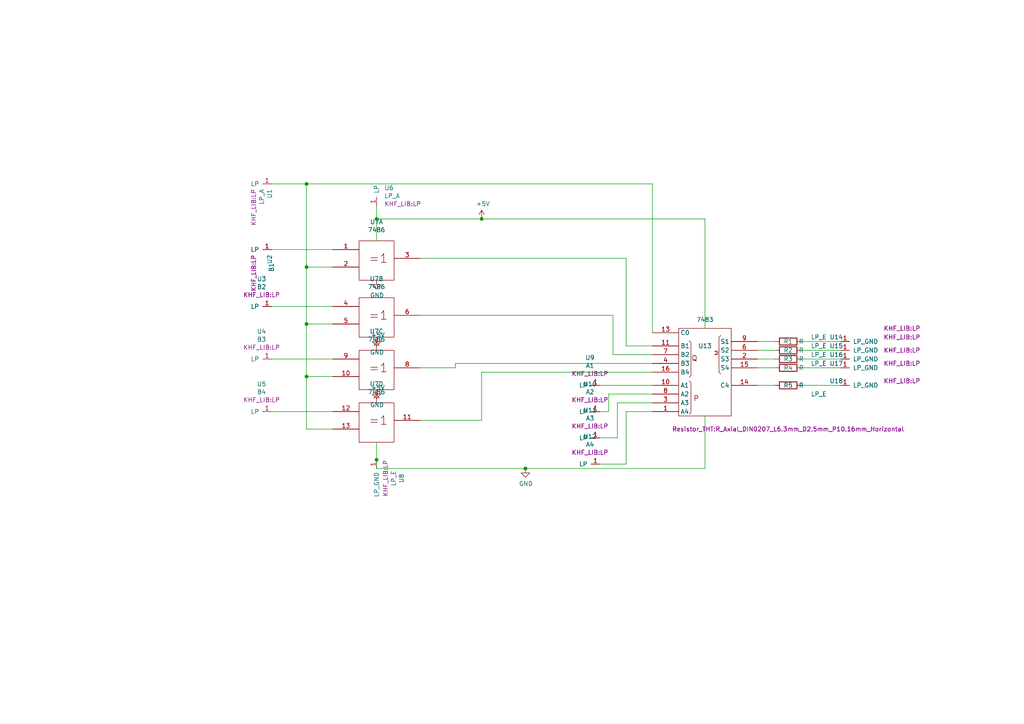
<source format=kicad_sch>
(kicad_sch (version 20230121) (generator eeschema)
  (paper "A4")
  (lib_symbols
    (symbol "7483_I-rescue:7483-74xx_IEEE"
      (property "Reference" "U" (at 6.35 13.97 0))
      (property "Value" "74xx_IEEE_7483" (at 7.62 -13.97 0))
      (symbol "7483-74xx_IEEE_0_0"
        (rectangle (start -7.62 12.7) (end 7.62 -12.7))
        (polyline (pts (xy -4.572 -12.192) (xy -4.064 -11.684) (xy -4.064 -3.048) (xy -4.572 -2.54) (xy -4.572 -2.54)))
        (polyline (pts (xy -4.572 9.144) (xy -4.064 8.636) (xy -4.064 -1.016) (xy -4.572 -1.524) (xy -4.572 -1.524)))
        (polyline (pts (xy 4.572 10.668) (xy 4.064 10.16) (xy 4.064 0) (xy 4.572 -0.508) (xy 4.572 -0.508)))
        (polyline (pts (xy 3.81 6.096) (xy 2.794 6.096) (xy 3.81 5.588) (xy 2.794 5.08) (xy 3.81 5.08) (xy 3.81 5.08)))
        (text "P" (at -2.54 -7.62 0) (effects (font (size 1.524 1.524))))
        (text "Q" (at -3.048 4.064 0) (effects (font (size 1.524 1.524))))
        (pin power_in line (at 0 -12.7 90) (length 0) hide (name "GND") (number "12"))
        (pin power_in line (at 0 12.7 270) (length 0) hide (name "VCC") (number "5"))
      )
      (symbol "7483-74xx_IEEE_1_1"
        (pin input line (at -15.24 -11.43 0) (length 7.62) (name "A4") (number "1"))
        (pin input line (at -15.24 -3.81 0) (length 7.62) (name "A1") (number "10"))
        (pin input line (at -15.24 7.62 0) (length 7.62) (name "B1") (number "11"))
        (pin input line (at -15.24 11.43 0) (length 7.62) (name "C0") (number "13"))
        (pin output line (at 15.24 -3.81 180) (length 7.62) (name "C4") (number "14"))
        (pin output line (at 15.24 1.27 180) (length 7.62) (name "S4") (number "15"))
        (pin input line (at -15.24 0 0) (length 7.62) (name "B4") (number "16"))
        (pin output line (at 15.24 3.81 180) (length 7.62) (name "S3") (number "2"))
        (pin input line (at -15.24 -8.89 0) (length 7.62) (name "A3") (number "3"))
        (pin input line (at -15.24 2.54 0) (length 7.62) (name "B3") (number "4"))
        (pin output line (at 15.24 6.35 180) (length 7.62) (name "S2") (number "6"))
        (pin input line (at -15.24 5.08 0) (length 7.62) (name "B2") (number "7"))
        (pin input line (at -15.24 -6.35 0) (length 7.62) (name "A2") (number "8"))
        (pin output line (at 15.24 8.89 180) (length 7.62) (name "S1") (number "9"))
      )
    )
    (symbol "7483_I-rescue:7486-74xx_IEEE" (pin_names (offset 0.762))
      (property "Reference" "U" (at 2.54 6.35 0))
      (property "Value" "74xx_IEEE_7486" (at 3.81 -7.62 0))
      (symbol "7486-74xx_IEEE_0_1"
        (rectangle (start -5.08 5.08) (end 5.08 -6.35))
        (text "=1" (at 0.508 0 0) (effects (font (size 2.54 2.54))))
        (pin power_in line (at 0 5.08 270) (length 0) hide (name "Vcc") (number "14"))
        (pin power_in line (at 0 -6.35 90) (length 0) hide (name "Gnd") (number "7"))
      )
      (symbol "7486-74xx_IEEE_1_1"
        (pin input line (at -12.7 2.54 0) (length 7.62) (name "~") (number "1"))
        (pin input line (at -12.7 -2.54 0) (length 7.62) (name "~") (number "2"))
        (pin output line (at 12.7 0 180) (length 7.62) (name "~") (number "3"))
      )
      (symbol "7486-74xx_IEEE_2_1"
        (pin input line (at -12.7 2.54 0) (length 7.62) (name "~") (number "4"))
        (pin input line (at -12.7 -2.54 0) (length 7.62) (name "~") (number "5"))
        (pin output line (at 12.7 0 180) (length 7.62) (name "~") (number "6"))
      )
      (symbol "7486-74xx_IEEE_3_1"
        (pin input line (at -12.7 -2.54 0) (length 7.62) (name "~") (number "10"))
        (pin output line (at 12.7 0 180) (length 7.62) (name "~") (number "8"))
        (pin input line (at -12.7 2.54 0) (length 7.62) (name "~") (number "9"))
      )
      (symbol "7486-74xx_IEEE_4_1"
        (pin output line (at 12.7 0 180) (length 7.62) (name "~") (number "11"))
        (pin input line (at -12.7 2.54 0) (length 7.62) (name "~") (number "12"))
        (pin input line (at -12.7 -2.54 0) (length 7.62) (name "~") (number "13"))
      )
    )
    (symbol "7483_I-rescue:LP_A-!Goody" (pin_names (offset 1.016))
      (property "Reference" "U" (at -6.35 1.27 0))
      (property "Value" "!Goody_LP_A" (at -3.81 1.27 0))
      (property "Footprint" "KHF_LIB:LP" (at -3.81 1.27 0))
      (symbol "LP_A-!Goody_1_1"
        (pin output line (at -1.27 0 270) (length 2.54) (name "LP") (number "1"))
      )
    )
    (symbol "7483_I-rescue:LP_E-!Goody" (pin_names (offset 1.016))
      (property "Reference" "U" (at -6.35 1.27 0))
      (property "Value" "!Goody_LP_E" (at -3.81 1.27 0))
      (property "Footprint" "KHF_LIB:LP" (at -3.81 1.27 0))
      (symbol "LP_E-!Goody_1_1"
        (pin input line (at -1.27 0 270) (length 2.54) (name "LP_GND") (number "1"))
      )
    )
    (symbol "Device:R" (pin_numbers hide) (pin_names (offset 0))
      (property "Reference" "R" (at 2.032 0 90))
      (property "Value" "R" (at 0 0 90))
      (symbol "R_0_1"
        (rectangle (start -1.016 -2.54) (end 1.016 2.54) (stroke (width 0.254)))
      )
      (symbol "R_1_1"
        (pin passive line (at 0 3.81 270) (length 1.27) (name "~") (number "1"))
        (pin passive line (at 0 -3.81 90) (length 1.27) (name "~") (number "2"))
      )
    )
    (symbol "power:+5V" (power) (pin_names (offset 0))
      (property "Value" "+5V" (at 0 3.556 0))
      (symbol "+5V_0_1"
        (polyline (pts (xy -0.762 1.27) (xy 0 2.54)))
        (polyline (pts (xy 0 0) (xy 0 2.54)))
        (polyline (pts (xy 0 2.54) (xy 0.762 1.27)))
      )
      (symbol "+5V_1_1"
        (pin power_in line (at 0 0 90) (length 0) hide (name "+5V") (number "1"))
      )
    )
    (symbol "power:GND" (power) (pin_names (offset 0))
      (property "Value" "GND" (at 0 -3.81 0))
      (symbol "GND_0_1"
        (polyline (pts (xy 0 0) (xy 0 -1.27) (xy 1.27 -1.27) (xy 0 -2.54) (xy -1.27 -1.27) (xy 0 -1.27)))
      )
      (symbol "GND_1_1"
        (pin power_in line (at 0 0 270) (length 0) hide (name "GND") (number "1"))
      )
    )
  )
  (junction (at 88.9 93.98))
  (junction (at 109.22 133.35))
  (junction (at 152.4 135.89))
  (junction (at 88.9 77.47))
  (junction (at 109.22 63.5))
  (junction (at 88.9 53.34))
  (junction (at 88.9 109.22))
  (junction (at 139.7 63.5))
  (wire (pts (xy 189.23 119.38) (xy 181.61 119.38)))
  (wire (pts (xy 181.61 134.62) (xy 173.99 134.62)))
  (wire (pts (xy 139.7 107.95) (xy 139.7 121.92)))
  (wire (pts (xy 204.47 95.25) (xy 204.47 63.5)))
  (wire (pts (xy 78.74 119.38) (xy 96.52 119.38)))
  (wire (pts (xy 219.71 106.68) (xy 224.79 106.68)))
  (wire (pts (xy 121.92 106.68) (xy 132.08 106.68)))
  (wire (pts (xy 88.9 124.46) (xy 96.52 124.46)))
  (wire (pts (xy 139.7 121.92) (xy 121.92 121.92)))
  (wire (pts (xy 88.9 77.47) (xy 88.9 93.98)))
  (wire (pts (xy 179.07 116.84) (xy 179.07 127)))
  (wire (pts (xy 88.9 93.98) (xy 88.9 109.22)))
  (wire (pts (xy 189.23 53.34) (xy 88.9 53.34)))
  (wire (pts (xy 177.8 102.87) (xy 177.8 91.44)))
  (wire (pts (xy 88.9 53.34) (xy 78.74 53.34)))
  (wire (pts (xy 232.41 101.6) (xy 243.84 101.6)))
  (wire (pts (xy 219.71 101.6) (xy 224.79 101.6)))
  (wire (pts (xy 96.52 93.98) (xy 88.9 93.98)))
  (wire (pts (xy 109.22 133.35) (xy 109.22 135.89)))
  (wire (pts (xy 176.53 114.3) (xy 176.53 119.38)))
  (wire (pts (xy 121.92 91.44) (xy 177.8 91.44)))
  (wire (pts (xy 88.9 53.34) (xy 88.9 77.47)))
  (wire (pts (xy 88.9 109.22) (xy 88.9 124.46)))
  (wire (pts (xy 232.41 106.68) (xy 243.84 106.68)))
  (wire (pts (xy 204.47 120.65) (xy 204.47 135.89)))
  (wire (pts (xy 189.23 114.3) (xy 176.53 114.3)))
  (wire (pts (xy 176.53 119.38) (xy 173.99 119.38)))
  (wire (pts (xy 232.41 111.76) (xy 243.84 111.76)))
  (wire (pts (xy 179.07 127) (xy 173.99 127)))
  (wire (pts (xy 189.23 102.87) (xy 177.8 102.87)))
  (wire (pts (xy 181.61 100.33) (xy 189.23 100.33)))
  (wire (pts (xy 78.74 88.9) (xy 96.52 88.9)))
  (wire (pts (xy 173.99 111.76) (xy 189.23 111.76)))
  (wire (pts (xy 78.74 72.39) (xy 96.52 72.39)))
  (wire (pts (xy 109.22 128.27) (xy 109.22 133.35)))
  (wire (pts (xy 96.52 109.22) (xy 88.9 109.22)))
  (wire (pts (xy 181.61 74.93) (xy 121.92 74.93)))
  (wire (pts (xy 132.08 105.41) (xy 189.23 105.41)))
  (wire (pts (xy 219.71 99.06) (xy 224.79 99.06)))
  (wire (pts (xy 219.71 111.76) (xy 224.79 111.76)))
  (wire (pts (xy 219.71 104.14) (xy 224.79 104.14)))
  (wire (pts (xy 189.23 116.84) (xy 179.07 116.84)))
  (wire (pts (xy 204.47 135.89) (xy 152.4 135.89)))
  (wire (pts (xy 78.74 104.14) (xy 96.52 104.14)))
  (wire (pts (xy 232.41 99.06) (xy 243.84 99.06)))
  (wire (pts (xy 109.22 63.5) (xy 109.22 59.69)))
  (wire (pts (xy 152.4 135.89) (xy 109.22 135.89)))
  (wire (pts (xy 181.61 100.33) (xy 181.61 74.93)))
  (wire (pts (xy 181.61 119.38) (xy 181.61 134.62)))
  (wire (pts (xy 132.08 106.68) (xy 132.08 105.41)))
  (wire (pts (xy 139.7 63.5) (xy 204.47 63.5)))
  (wire (pts (xy 189.23 107.95) (xy 139.7 107.95)))
  (wire (pts (xy 96.52 77.47) (xy 88.9 77.47)))
  (wire (pts (xy 109.22 69.85) (xy 109.22 63.5)))
  (wire (pts (xy 232.41 104.14) (xy 243.84 104.14)))
  (wire (pts (xy 139.7 63.5) (xy 109.22 63.5)))
  (wire (pts (xy 189.23 96.52) (xy 189.23 53.34)))
  (symbol (lib_id "7483_I-rescue:LP_A-!Goody") (at 78.74 73.66 270) (unit 1)
    (property "Reference" "U2" (at 78.2066 73.8632 0) (effects (justify left)))
    (property "Value" "B1" (at 78.74 76.2 0) (effects (justify left)))
    (property "Footprint" "KHF_LIB:LP" (at 73.5838 73.8632 0) (effects (justify left)))
  )
  (symbol (lib_id "7483_I-rescue:LP_A-!Goody") (at 78.74 90.17 270) (unit 1)
    (property "Reference" "U3" (at 75.8698 80.899 90))
    (property "Value" "B2" (at 75.8698 83.2104 90))
    (property "Footprint" "KHF_LIB:LP" (at 75.8698 85.5218 90))
  )
  (symbol (lib_id "7483_I-rescue:LP_A-!Goody") (at 78.74 105.41 270) (unit 1)
    (property "Reference" "U4" (at 75.8698 96.139 90))
    (property "Value" "B3" (at 75.8698 98.4504 90))
    (property "Footprint" "KHF_LIB:LP" (at 75.8698 100.7618 90))
  )
  (symbol (lib_id "7483_I-rescue:LP_A-!Goody") (at 78.74 120.65 270) (unit 1)
    (property "Reference" "U5" (at 75.8698 111.379 90))
    (property "Value" "B4" (at 75.8698 113.6904 90))
    (property "Footprint" "KHF_LIB:LP" (at 75.8698 116.0018 90))
  )
  (symbol (lib_id "7483_I-rescue:LP_A-!Goody") (at 173.99 113.03 270) (unit 1)
    (property "Reference" "U9" (at 171.1198 103.759 90))
    (property "Value" "A1" (at 171.1198 106.0704 90))
    (property "Footprint" "KHF_LIB:LP" (at 171.1198 108.3818 90))
  )
  (symbol (lib_id "7483_I-rescue:LP_A-!Goody") (at 173.99 120.65 270) (unit 1)
    (property "Reference" "U10" (at 171.1198 111.379 90))
    (property "Value" "A2" (at 171.1198 113.6904 90))
    (property "Footprint" "KHF_LIB:LP" (at 171.1198 116.0018 90))
  )
  (symbol (lib_id "7483_I-rescue:LP_A-!Goody") (at 173.99 128.27 270) (unit 1)
    (property "Reference" "U11" (at 171.1198 118.999 90))
    (property "Value" "A3" (at 171.1198 121.3104 90))
    (property "Footprint" "KHF_LIB:LP" (at 171.1198 123.6218 90))
  )
  (symbol (lib_id "7483_I-rescue:LP_A-!Goody") (at 173.99 135.89 270) (unit 1)
    (property "Reference" "U12" (at 171.1198 126.619 90))
    (property "Value" "A4" (at 171.1198 128.9304 90))
    (property "Footprint" "KHF_LIB:LP" (at 171.1198 131.2418 90))
  )
  (symbol (lib_id "7483_I-rescue:LP_A-!Goody") (at 78.74 54.61 270) (unit 1)
    (property "Reference" "U1" (at 78.2066 54.8132 0) (effects (justify left)))
    (property "Value" "LP_A" (at 75.8952 54.8132 0) (effects (justify left)))
    (property "Footprint" "KHF_LIB:LP" (at 73.5838 54.8132 0) (effects (justify left)))
  )
  (symbol (lib_id "7483_I-rescue:7483-74xx_IEEE") (at 204.47 107.95 0) (unit 1)
    (property "Reference" "U13" (at 204.47 100.33 0))
    (property "Value" "7483" (at 204.47 92.71 0))
    (property "Footprint" "Package_DIP:DIP-16_W7.62mm" (effects hide))
  )
  (symbol (lib_id "7483_I-rescue:7486-74xx_IEEE") (at 109.22 74.93 0) (unit 1)
    (property "Reference" "U7" (at 109.22 64.3636 0))
    (property "Value" "7486" (at 109.22 66.675 0))
    (property "Footprint" "Package_DIP:DIP-14_W7.62mm" (effects hide))
  )
  (symbol (lib_id "7483_I-rescue:7486-74xx_IEEE") (at 109.22 91.44 0) (unit 2)
    (property "Reference" "U7" (at 109.22 80.8736 0))
    (property "Value" "7486" (at 109.22 83.185 0))
    (property "Footprint" "Package_DIP:DIP-14_W7.62mm" (effects hide))
  )
  (symbol (lib_id "7483_I-rescue:7486-74xx_IEEE") (at 109.22 106.68 0) (unit 3)
    (property "Reference" "U7" (at 109.22 96.1136 0))
    (property "Value" "7486" (at 109.22 98.425 0))
    (property "Footprint" "Package_DIP:DIP-14_W7.62mm" (effects hide))
  )
  (symbol (lib_id "7483_I-rescue:7486-74xx_IEEE") (at 109.22 121.92 0) (unit 4)
    (property "Reference" "U7" (at 109.22 111.3536 0))
    (property "Value" "7486" (at 109.22 113.665 0))
    (property "Footprint" "Package_DIP:DIP-14_W7.62mm" (effects hide))
  )
  (symbol (lib_id "Device:R") (at 228.6 99.06 270) (unit 1)
    (property "Reference" "R1" (at 228.6 99.06 90))
    (property "Value" "R" (at 232.41 99.06 90))
    (property "Footprint" "Resistor_THT:R_Axial_DIN0207_L6.3mm_D2.5mm_P10.16mm_Horizontal" (effects hide))
  )
  (symbol (lib_id "Device:R") (at 228.6 101.6 270) (unit 1)
    (property "Reference" "R2" (at 228.6 101.6 90))
    (property "Value" "R" (at 232.41 101.6 90))
    (property "Footprint" "Resistor_THT:R_Axial_DIN0207_L6.3mm_D2.5mm_P10.16mm_Horizontal" (effects hide))
  )
  (symbol (lib_id "Device:R") (at 228.6 104.14 270) (unit 1)
    (property "Reference" "R3" (at 228.6 104.14 90))
    (property "Value" "R" (at 232.41 104.14 90))
    (property "Footprint" "Resistor_THT:R_Axial_DIN0207_L6.3mm_D2.5mm_P10.16mm_Horizontal" (effects hide))
  )
  (symbol (lib_id "Device:R") (at 228.6 106.68 270) (unit 1)
    (property "Reference" "R4" (at 228.6 106.68 90))
    (property "Value" "R" (at 232.41 106.68 90))
    (property "Footprint" "Resistor_THT:R_Axial_DIN0207_L6.3mm_D2.5mm_P10.16mm_Horizontal" (effects hide))
  )
  (symbol (lib_id "Device:R") (at 228.6 111.76 270) (unit 1)
    (property "Reference" "R5" (at 228.6 111.76 90))
    (property "Value" "R" (at 232.41 111.76 90))
    (property "Footprint" "Resistor_THT:R_Axial_DIN0207_L6.3mm_D2.5mm_P10.16mm_Horizontal" (at 228.6 124.46 90))
  )
  (symbol (lib_id "7483_I-rescue:LP_E-!Goody") (at 243.84 97.79 90) (unit 1)
    (property "Reference" "U14" (at 242.57 97.79 90))
    (property "Value" "LP_E" (at 237.49 100.33 90))
    (property "Footprint" "KHF_LIB:LP" (at 261.62 97.79 90))
  )
  (symbol (lib_id "7483_I-rescue:LP_E-!Goody") (at 243.84 100.33 90) (unit 1)
    (property "Reference" "U15" (at 242.57 100.33 90))
    (property "Value" "LP_E" (at 237.49 97.79 90))
    (property "Footprint" "KHF_LIB:LP" (at 261.62 95.25 90))
  )
  (symbol (lib_id "7483_I-rescue:LP_E-!Goody") (at 243.84 102.87 90) (unit 1)
    (property "Reference" "U16" (at 242.57 102.87 90))
    (property "Value" "LP_E" (at 237.49 102.87 90))
    (property "Footprint" "KHF_LIB:LP" (at 261.62 101.6 90))
  )
  (symbol (lib_id "7483_I-rescue:LP_E-!Goody") (at 243.84 105.41 90) (unit 1)
    (property "Reference" "U17" (at 242.57 105.41 90))
    (property "Value" "LP_E" (at 237.49 105.41 90))
    (property "Footprint" "KHF_LIB:LP" (at 261.62 105.41 90))
  )
  (symbol (lib_id "7483_I-rescue:LP_E-!Goody") (at 243.84 110.49 90) (unit 1)
    (property "Reference" "U18" (at 242.57 110.49 90))
    (property "Value" "LP_E" (at 237.49 114.3 90))
    (property "Footprint" "KHF_LIB:LP" (at 261.62 110.49 90))
  )
  (symbol (lib_id "7483_I-rescue:LP_A-!Goody") (at 107.95 59.69 180) (unit 1)
    (property "Reference" "U6" (at 111.4552 54.5084 0) (effects (justify right)))
    (property "Value" "LP_A" (at 111.4552 56.8198 0) (effects (justify right)))
    (property "Footprint" "KHF_LIB:LP" (at 111.4552 59.1312 0) (effects (justify right)))
  )
  (symbol (lib_id "7483_I-rescue:LP_E-!Goody") (at 110.49 133.35 0) (unit 1)
    (property "Reference" "U8" (at 116.459 138.7348 90))
    (property "Value" "LP_E" (at 114.1476 138.7348 90))
    (property "Footprint" "KHF_LIB:LP" (at 111.8362 138.7348 90))
  )
  (symbol (lib_id "power:GND") (at 152.4 135.89 0) (unit 1)
    (property "Reference" "#PWR0101" (effects hide))
    (property "Value" "GND" (at 152.527 140.2842 0))
  )
  (symbol (lib_id "power:GND") (at 109.22 81.28 0) (unit 1)
    (property "Reference" "#PWR0102" (effects hide))
    (property "Value" "GND" (at 109.347 85.6742 0))
  )
  (symbol (lib_id "power:GND") (at 109.22 97.79 0) (unit 1)
    (property "Reference" "#PWR0103" (effects hide))
    (property "Value" "GND" (at 109.347 102.1842 0))
  )
  (symbol (lib_id "power:GND") (at 109.22 113.03 0) (unit 1)
    (property "Reference" "#PWR0104" (effects hide))
    (property "Value" "GND" (at 109.347 117.4242 0))
  )
  (symbol (lib_id "power:+5V") (at 139.7 63.5 0) (unit 1)
    (property "Reference" "#PWR0105" (effects hide))
    (property "Value" "+5V" (at 140.081 59.1058 0))
  )
  (symbol (lib_id "power:+5V") (at 109.22 101.6 0) (unit 1)
    (property "Reference" "#PWR0106" (effects hide))
    (property "Value" "+5V" (at 109.601 97.2058 0))
  )
  (symbol (lib_id "power:+5V") (at 109.22 116.84 0) (unit 1)
    (property "Reference" "#PWR0107" (effects hide))
    (property "Value" "+5V" (at 109.601 112.4458 0))
  )
)
</source>
